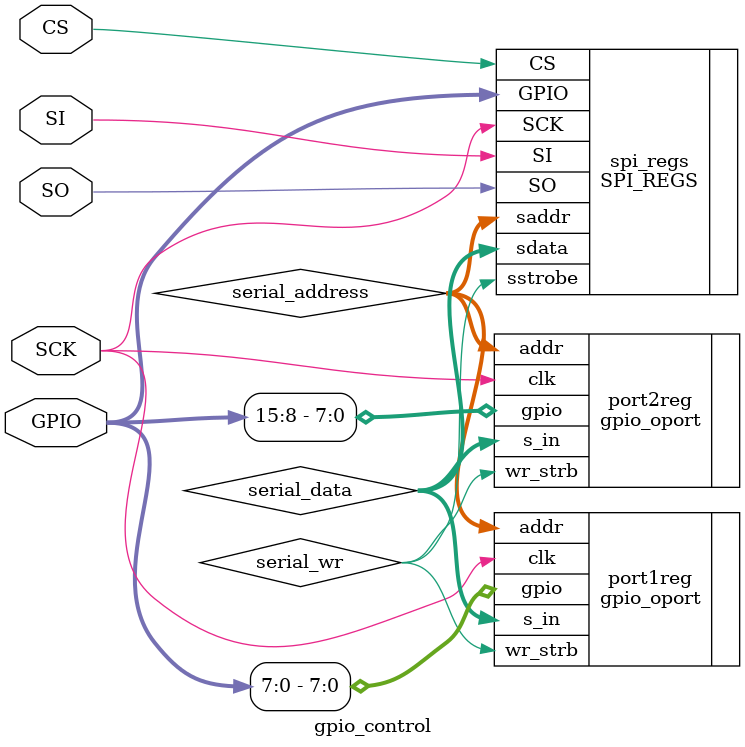
<source format=v>

`timescale 1 ns/100 ps

module gpio_control(SCK, SI, SO, CS, GPIO);

localparam PORT1ADRREG = 6'h1; // port1 register address = 0x01
localparam PORT2ADRREG = 6'h2; // port2 register address = 0x02

input wire         SCK;        // SPI SCK from FX2
input wire         SI;         // SPI serial in from FX2
inout wire         SO;         // SPI serial out to FX2
input wire         CS;         // FPGA chip select from FX2
inout wire  [23:0] GPIO;       // OZY GPIO lines

wire   [5:0] serial_address;
wire   [7:0] serial_data;
wire         serial_wr;
						
// SPI communications module
SPI_REGS #(8,3) spi_regs(
					.SI(SI),
					.SO(SO),
					.SCK(SCK),
					.CS(CS),
					.saddr(serial_address),
					.sdata(serial_data),
					.sstrobe(serial_wr),
					.GPIO(GPIO));


// GPIO 1-8 OUTPUTS, Address = 0x01	= Least Significant byte of GPIO
gpio_oport #(PORT1ADRREG, 8) port1reg (.clk(SCK),
									.wr_strb(serial_wr),
									.addr(serial_address),
									.s_in(serial_data),
									.gpio(GPIO[7:0]) );

// GPIO 9-16 OUTPUTS, Address = 0x02					
gpio_oport #(PORT2ADRREG, 8) port2reg (.clk(SCK),
									.wr_strb(serial_wr),
									.addr(serial_address),
									.s_in(serial_data),
									.gpio(GPIO[15:8]) );

// GPIO 17-24 INPUTS, Address = 0x03 -- no output drivers needed for just inputs!				

endmodule
</source>
